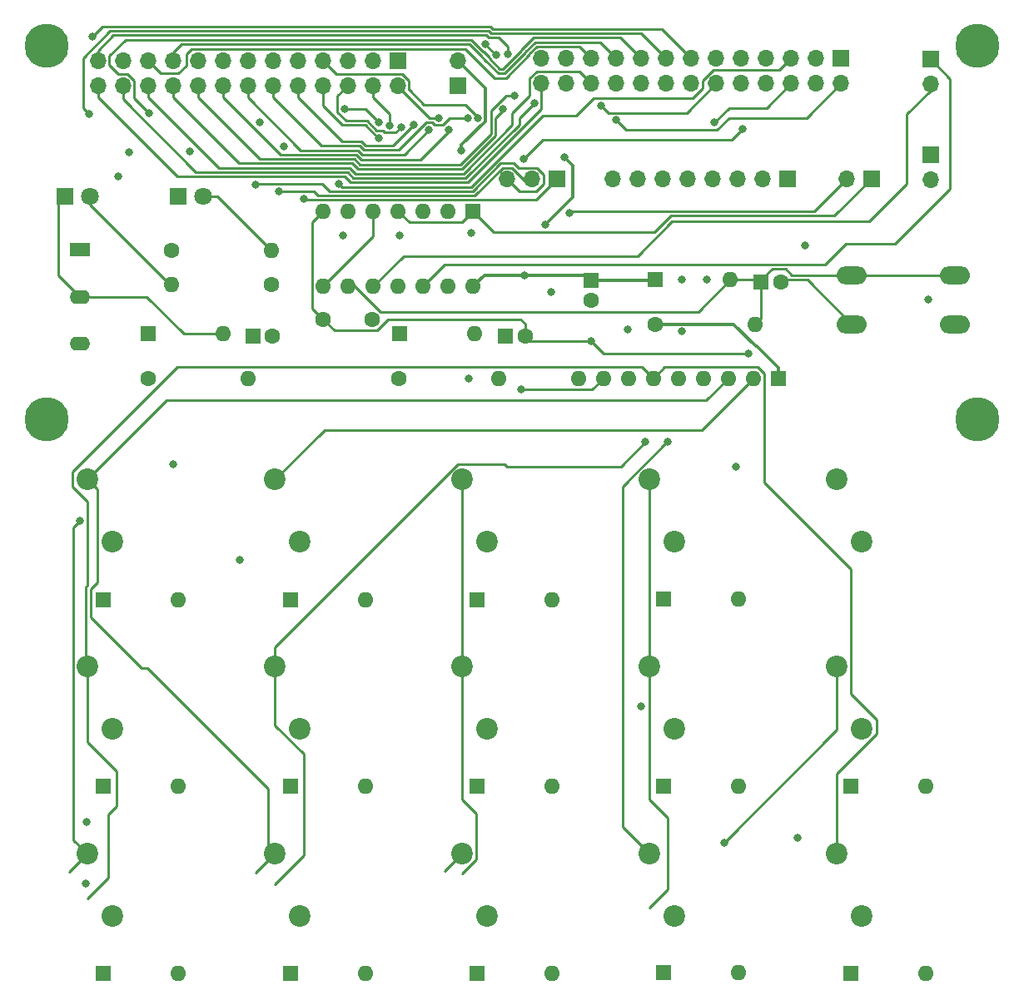
<source format=gbl>
%TF.GenerationSoftware,KiCad,Pcbnew,9.0.2+1*%
%TF.CreationDate,2025-08-16T22:17:17+09:00*%
%TF.ProjectId,kp25tk,6b703235-746b-42e6-9b69-6361645f7063,0.0.8*%
%TF.SameCoordinates,Original*%
%TF.FileFunction,Copper,L2,Bot*%
%TF.FilePolarity,Positive*%
%FSLAX46Y46*%
G04 Gerber Fmt 4.6, Leading zero omitted, Abs format (unit mm)*
G04 Created by KiCad (PCBNEW 9.0.2+1) date 2025-08-16 22:17:17*
%MOMM*%
%LPD*%
G01*
G04 APERTURE LIST*
%TA.AperFunction,ComponentPad*%
%ADD10R,1.600000X1.600000*%
%TD*%
%TA.AperFunction,ComponentPad*%
%ADD11O,1.600000X1.600000*%
%TD*%
%TA.AperFunction,ComponentPad*%
%ADD12C,1.600000*%
%TD*%
%TA.AperFunction,ComponentPad*%
%ADD13C,2.200000*%
%TD*%
%TA.AperFunction,ComponentPad*%
%ADD14C,4.500000*%
%TD*%
%TA.AperFunction,ComponentPad*%
%ADD15R,2.080000X1.408000*%
%TD*%
%TA.AperFunction,ComponentPad*%
%ADD16O,2.080000X1.408000*%
%TD*%
%TA.AperFunction,ComponentPad*%
%ADD17R,1.700000X1.700000*%
%TD*%
%TA.AperFunction,ComponentPad*%
%ADD18O,1.700000X1.700000*%
%TD*%
%TA.AperFunction,ComponentPad*%
%ADD19R,1.800000X1.800000*%
%TD*%
%TA.AperFunction,ComponentPad*%
%ADD20C,1.800000*%
%TD*%
%TA.AperFunction,ComponentPad*%
%ADD21O,3.048000X1.850000*%
%TD*%
%TA.AperFunction,ViaPad*%
%ADD22C,0.800000*%
%TD*%
%TA.AperFunction,Conductor*%
%ADD23C,0.250000*%
%TD*%
%TA.AperFunction,Conductor*%
%ADD24C,0.300000*%
%TD*%
G04 APERTURE END LIST*
D10*
%TO.P,D21,1,K*%
%TO.N,Net-(D16-K)*%
X72165000Y-123500000D03*
D11*
%TO.P,D21,2,A*%
%TO.N,Net-(D21-A)*%
X79785000Y-123500000D03*
%TD*%
D12*
%TO.P,R1,1*%
%TO.N,+5V*%
X83205000Y-82000000D03*
D11*
%TO.P,R1,2*%
%TO.N,Net-(D1-A)*%
X93365000Y-82000000D03*
%TD*%
D13*
%TO.P,SW18,1,1*%
%TO.N,Net-(J5-~{COL2})*%
X127745000Y-111365000D03*
%TO.P,SW18,2,2*%
%TO.N,Net-(D26-A)*%
X130285000Y-117715000D03*
%TD*%
%TO.P,SW22,1,1*%
%TO.N,Net-(J5-~{COL6})*%
X89645000Y-92315000D03*
%TO.P,SW22,2,2*%
%TO.N,Net-(D30-A)*%
X92185000Y-98665000D03*
%TD*%
%TO.P,SW11,1,1*%
%TO.N,Net-(J5-~{COL3})*%
X108695000Y-130415000D03*
%TO.P,SW11,2,2*%
%TO.N,Net-(D19-A)*%
X111235000Y-136765000D03*
%TD*%
D10*
%TO.P,D19,1,K*%
%TO.N,Net-(D16-K)*%
X110165000Y-142500000D03*
D11*
%TO.P,D19,2,A*%
%TO.N,Net-(D19-A)*%
X117785000Y-142500000D03*
%TD*%
D14*
%TO.P,,*%
%TO.N,*%
X47385000Y-86200000D03*
%TD*%
D12*
%TO.P,R5,1*%
%TO.N,+5V*%
X70285000Y-72500000D03*
D11*
%TO.P,R5,2*%
%TO.N,Net-(D5-A)*%
X60125000Y-72500000D03*
%TD*%
D10*
%TO.P,D2,1,K*%
%TO.N,+5V*%
X109285000Y-72000000D03*
D11*
%TO.P,D2,2,A*%
%TO.N,Net-(D2-A)*%
X116905000Y-72000000D03*
%TD*%
D10*
%TO.P,U1,1*%
%TO.N,Net-(J6-NMI)*%
X90785000Y-65000000D03*
D11*
%TO.P,U1,2*%
%TO.N,Net-(J6-~{NMI})*%
X88245000Y-65000000D03*
%TO.P,U1,3*%
%TO.N,Net-(D1-A)*%
X85705000Y-65000000D03*
%TO.P,U1,4*%
%TO.N,Net-(J6-NMI)*%
X83165000Y-65000000D03*
%TO.P,U1,5*%
%TO.N,Net-(J7-RESET)*%
X80625000Y-65000000D03*
%TO.P,U1,6*%
%TO.N,Net-(J7-~{RESET})*%
X78085000Y-65000000D03*
%TO.P,U1,7,GND*%
%TO.N,Earth*%
X75545000Y-65000000D03*
%TO.P,U1,8*%
%TO.N,Net-(J7-RESET)*%
X75545000Y-72620000D03*
%TO.P,U1,9*%
%TO.N,Net-(D2-A)*%
X78085000Y-72620000D03*
%TO.P,U1,10*%
%TO.N,Net-(J8-~{SWITCH})*%
X80625000Y-72620000D03*
%TO.P,U1,11*%
%TO.N,Net-(J8-SWITCH)*%
X83165000Y-72620000D03*
%TO.P,U1,12*%
X85705000Y-72620000D03*
%TO.P,U1,13*%
%TO.N,Net-(D3-A)*%
X88245000Y-72620000D03*
%TO.P,U1,14,VCC*%
%TO.N,+5V*%
X90785000Y-72620000D03*
%TD*%
D13*
%TO.P,SW23,1,1*%
%TO.N,Net-(J5-~{COL7})*%
X108695000Y-92315000D03*
%TO.P,SW23,2,2*%
%TO.N,Net-(D31-A)*%
X111235000Y-98665000D03*
%TD*%
D10*
%TO.P,D20,1,K*%
%TO.N,Net-(D16-K)*%
X53165000Y-123555000D03*
D11*
%TO.P,D20,2,A*%
%TO.N,Net-(D20-A)*%
X60785000Y-123555000D03*
%TD*%
D13*
%TO.P,SW8,1,1*%
%TO.N,Net-(J5-~{COL0})*%
X51545000Y-130415000D03*
%TO.P,SW8,2,2*%
%TO.N,Net-(D16-A)*%
X54085000Y-136765000D03*
%TD*%
D10*
%TO.P,D16,1,K*%
%TO.N,Net-(D16-K)*%
X53165000Y-142555000D03*
D11*
%TO.P,D16,2,A*%
%TO.N,Net-(D16-A)*%
X60785000Y-142555000D03*
%TD*%
D15*
%TO.P,SW27,1,A*%
%TO.N,Earth*%
X50785000Y-68900000D03*
D16*
%TO.P,SW27,2,B*%
%TO.N,Net-(D3-A)*%
X50785000Y-73700000D03*
%TO.P,SW27,3,C*%
%TO.N,unconnected-(SW27-C-Pad3)*%
X50785000Y-78500000D03*
%TD*%
D17*
%TO.P,J3,1,GND_IN*%
%TO.N,Earth*%
X89185000Y-52235000D03*
D18*
%TO.P,J3,2,VCC_IN*%
%TO.N,+5V*%
X89185000Y-49695000D03*
%TD*%
D10*
%TO.P,D3,1,K*%
%TO.N,+5V*%
X57745000Y-77500000D03*
D11*
%TO.P,D3,2,A*%
%TO.N,Net-(D3-A)*%
X65365000Y-77500000D03*
%TD*%
D19*
%TO.P,D5,1,K*%
%TO.N,Net-(D3-A)*%
X49245000Y-63500000D03*
D20*
%TO.P,D5,2,A*%
%TO.N,Net-(D5-A)*%
X51785000Y-63500000D03*
%TD*%
D10*
%TO.P,C1,1*%
%TO.N,Net-(D1-A)*%
X94080000Y-77750000D03*
D12*
%TO.P,C1,2*%
%TO.N,Earth*%
X96080000Y-77750000D03*
%TD*%
D10*
%TO.P,D17,1,K*%
%TO.N,Net-(D16-K)*%
X72165000Y-142555000D03*
D11*
%TO.P,D17,2,A*%
%TO.N,Net-(D17-A)*%
X79785000Y-142555000D03*
%TD*%
D17*
%TO.P,J7,1,RESET*%
%TO.N,Net-(J7-RESET)*%
X137285000Y-59225000D03*
D18*
%TO.P,J7,2,~{RESET}*%
%TO.N,Net-(J7-~{RESET})*%
X137285000Y-61765000D03*
%TD*%
D13*
%TO.P,SW12,1,1*%
%TO.N,Net-(J5-~{COL4})*%
X51545000Y-111365000D03*
%TO.P,SW12,2,2*%
%TO.N,Net-(D20-A)*%
X54085000Y-117715000D03*
%TD*%
D10*
%TO.P,D24,1,K*%
%TO.N,Net-(D24-K)*%
X72165000Y-104555000D03*
D11*
%TO.P,D24,2,A*%
%TO.N,Net-(D24-A)*%
X79785000Y-104555000D03*
%TD*%
D13*
%TO.P,SW24,1,1*%
%TO.N,Net-(D1-A)*%
X127745000Y-92315000D03*
%TO.P,SW24,2,2*%
%TO.N,Earth*%
X130285000Y-98665000D03*
%TD*%
D10*
%TO.P,C3,1*%
%TO.N,Net-(D3-A)*%
X68365000Y-77750000D03*
D12*
%TO.P,C3,2*%
%TO.N,Earth*%
X70365000Y-77750000D03*
%TD*%
D17*
%TO.P,J8,1,SWITCH*%
%TO.N,Net-(J8-SWITCH)*%
X137285000Y-49525000D03*
D18*
%TO.P,J8,2,~{SWITCH}*%
%TO.N,Net-(J8-~{SWITCH})*%
X137285000Y-52065000D03*
%TD*%
D17*
%TO.P,J4,1,~{ROWSEL0}*%
%TO.N,Net-(D10-K)*%
X99325000Y-61755000D03*
D18*
%TO.P,J4,2,~{ROWSEL1}*%
%TO.N,Net-(D16-K)*%
X96785000Y-61755000D03*
%TO.P,J4,3,~{ROWSEL2}*%
%TO.N,Net-(D24-K)*%
X94245000Y-61755000D03*
%TD*%
D10*
%TO.P,C5,1*%
%TO.N,+5V*%
X102785000Y-72044888D03*
D12*
%TO.P,C5,2*%
%TO.N,Earth*%
X102785000Y-74044888D03*
%TD*%
D10*
%TO.P,D26,1,K*%
%TO.N,Net-(D24-K)*%
X129165000Y-123555000D03*
D11*
%TO.P,D26,2,A*%
%TO.N,Net-(D26-A)*%
X136785000Y-123555000D03*
%TD*%
D21*
%TO.P,SW25,1,1*%
%TO.N,Net-(D2-A)*%
X129295000Y-71500000D03*
X139795000Y-71500000D03*
%TO.P,SW25,2,2*%
%TO.N,Earth*%
X129295000Y-76500000D03*
X139795000Y-76500000D03*
%TD*%
D12*
%TO.P,R3,1*%
%TO.N,+5V*%
X57705000Y-82000000D03*
D11*
%TO.P,R3,2*%
%TO.N,Net-(D3-A)*%
X67865000Y-82000000D03*
%TD*%
D13*
%TO.P,SW15,1,1*%
%TO.N,Net-(J5-~{COL7})*%
X108695000Y-111365000D03*
%TO.P,SW15,2,2*%
%TO.N,Net-(D23-A)*%
X111235000Y-117715000D03*
%TD*%
D10*
%TO.P,D30,1,K*%
%TO.N,Net-(D24-K)*%
X91165000Y-104555000D03*
D11*
%TO.P,D30,2,A*%
%TO.N,Net-(D30-A)*%
X98785000Y-104555000D03*
%TD*%
D13*
%TO.P,SW20,1,1*%
%TO.N,Net-(J5-~{COL4})*%
X127745000Y-130415000D03*
%TO.P,SW20,2,2*%
%TO.N,Net-(D28-A)*%
X130285000Y-136765000D03*
%TD*%
D14*
%TO.P,,*%
%TO.N,*%
X47385000Y-48200000D03*
%TD*%
D10*
%TO.P,D22,1,K*%
%TO.N,Net-(D16-K)*%
X91165000Y-123500000D03*
D11*
%TO.P,D22,2,A*%
%TO.N,Net-(D22-A)*%
X98785000Y-123500000D03*
%TD*%
D10*
%TO.P,RN1,1,R1*%
%TO.N,+5V*%
X121785000Y-82000000D03*
D11*
%TO.P,RN1,2,R1.2*%
%TO.N,Net-(J5-~{COL0})*%
X119245000Y-82000000D03*
%TO.P,RN1,3,R2.2*%
%TO.N,Net-(J5-~{COL1})*%
X116705000Y-82000000D03*
%TO.P,RN1,4,R3.2*%
%TO.N,Net-(J5-~{COL2})*%
X114165000Y-82000000D03*
%TO.P,RN1,5,R4.2*%
%TO.N,Net-(J5-~{COL3})*%
X111625000Y-82000000D03*
%TO.P,RN1,6,R5.2*%
%TO.N,Net-(J5-~{COL4})*%
X109085000Y-82000000D03*
%TO.P,RN1,7,R6.2*%
%TO.N,Net-(J5-~{COL5})*%
X106545000Y-82000000D03*
%TO.P,RN1,8,R7.2*%
%TO.N,Net-(J5-~{COL6})*%
X104005000Y-82000000D03*
%TO.P,RN1,9,R8.2*%
%TO.N,Net-(J5-~{COL7})*%
X101465000Y-82000000D03*
%TD*%
D13*
%TO.P,SW14,1,1*%
%TO.N,Net-(J5-~{COL6})*%
X89645000Y-111365000D03*
%TO.P,SW14,2,2*%
%TO.N,Net-(D22-A)*%
X92185000Y-117715000D03*
%TD*%
D17*
%TO.P,J2,1,Pin_1*%
%TO.N,/HOST1*%
X128195000Y-49460000D03*
D18*
%TO.P,J2,2,Pin_2*%
%TO.N,/HOST2*%
X128195000Y-52000000D03*
%TO.P,J2,3,Pin_3*%
%TO.N,/HOST3*%
X125655000Y-49460000D03*
%TO.P,J2,4,Pin_4*%
%TO.N,/HOST4*%
X125655000Y-52000000D03*
%TO.P,J2,5,Pin_5*%
%TO.N,/HOST5*%
X123115000Y-49460000D03*
%TO.P,J2,6,Pin_6*%
%TO.N,/HOST6*%
X123115000Y-52000000D03*
%TO.P,J2,7,Pin_7*%
%TO.N,/HOST7*%
X120575000Y-49460000D03*
%TO.P,J2,8,Pin_8*%
%TO.N,/HOST8*%
X120575000Y-52000000D03*
%TO.P,J2,9,Pin_9*%
%TO.N,/HOST9*%
X118035000Y-49460000D03*
%TO.P,J2,10,Pin_10*%
%TO.N,/HOST10*%
X118035000Y-52000000D03*
%TO.P,J2,11,Pin_11*%
%TO.N,/HOST11*%
X115495000Y-49460000D03*
%TO.P,J2,12,Pin_12*%
%TO.N,/HOST12*%
X115495000Y-52000000D03*
%TO.P,J2,13,Pin_13*%
%TO.N,/HOST13*%
X112955000Y-49460000D03*
%TO.P,J2,14,Pin_14*%
%TO.N,/HOST14*%
X112955000Y-52000000D03*
%TO.P,J2,15,Pin_15*%
%TO.N,/HOST15*%
X110415000Y-49460000D03*
%TO.P,J2,16,Pin_16*%
%TO.N,/HOST16*%
X110415000Y-52000000D03*
%TO.P,J2,17,Pin_17*%
%TO.N,/HOST17*%
X107875000Y-49460000D03*
%TO.P,J2,18,Pin_18*%
%TO.N,/HOST18*%
X107875000Y-52000000D03*
%TO.P,J2,19,Pin_19*%
%TO.N,/HOST19*%
X105335000Y-49460000D03*
%TO.P,J2,20,Pin_20*%
%TO.N,/HOST20*%
X105335000Y-52000000D03*
%TO.P,J2,21,Pin_21*%
%TO.N,/HOST21*%
X102795000Y-49460000D03*
%TO.P,J2,22,Pin_22*%
%TO.N,/HOST22*%
X102795000Y-52000000D03*
%TO.P,J2,23,Pin_23*%
%TO.N,/HOST23*%
X100255000Y-49460000D03*
%TO.P,J2,24,Pin_24*%
%TO.N,/HOST24*%
X100255000Y-52000000D03*
%TO.P,J2,25,Pin_25*%
%TO.N,/HOST25*%
X97715000Y-49460000D03*
%TO.P,J2,26,Pin_26*%
%TO.N,/HOST26*%
X97715000Y-52000000D03*
%TD*%
D10*
%TO.P,D18,1,K*%
%TO.N,Net-(D16-K)*%
X91165000Y-142555000D03*
D11*
%TO.P,D18,2,A*%
%TO.N,Net-(D18-A)*%
X98785000Y-142555000D03*
%TD*%
D13*
%TO.P,SW10,1,1*%
%TO.N,Net-(J5-~{COL2})*%
X89645000Y-130415000D03*
%TO.P,SW10,2,2*%
%TO.N,Net-(D18-A)*%
X92185000Y-136765000D03*
%TD*%
%TO.P,SW13,1,1*%
%TO.N,Net-(J5-~{COL5})*%
X70595000Y-111365000D03*
%TO.P,SW13,2,2*%
%TO.N,Net-(D21-A)*%
X73135000Y-117715000D03*
%TD*%
D10*
%TO.P,D25,1,K*%
%TO.N,Net-(D24-K)*%
X53165000Y-104555000D03*
D11*
%TO.P,D25,2,A*%
%TO.N,Net-(D25-A)*%
X60785000Y-104555000D03*
%TD*%
D17*
%TO.P,J1,1,Pin_1*%
%TO.N,/HOST1*%
X83085000Y-49660000D03*
D18*
%TO.P,J1,2,Pin_2*%
%TO.N,/HOST2*%
X83085000Y-52200000D03*
%TO.P,J1,3,Pin_3*%
%TO.N,/HOST3*%
X80545000Y-49660000D03*
%TO.P,J1,4,Pin_4*%
%TO.N,/HOST4*%
X80545000Y-52200000D03*
%TO.P,J1,5,Pin_5*%
%TO.N,/HOST5*%
X78005000Y-49660000D03*
%TO.P,J1,6,Pin_6*%
%TO.N,/HOST6*%
X78005000Y-52200000D03*
%TO.P,J1,7,Pin_7*%
%TO.N,/HOST7*%
X75465000Y-49660000D03*
%TO.P,J1,8,Pin_8*%
%TO.N,/HOST8*%
X75465000Y-52200000D03*
%TO.P,J1,9,Pin_9*%
%TO.N,/HOST9*%
X72925000Y-49660000D03*
%TO.P,J1,10,Pin_10*%
%TO.N,/HOST10*%
X72925000Y-52200000D03*
%TO.P,J1,11,Pin_11*%
%TO.N,/HOST11*%
X70385000Y-49660000D03*
%TO.P,J1,12,Pin_12*%
%TO.N,/HOST12*%
X70385000Y-52200000D03*
%TO.P,J1,13,Pin_13*%
%TO.N,/HOST13*%
X67845000Y-49660000D03*
%TO.P,J1,14,Pin_14*%
%TO.N,/HOST14*%
X67845000Y-52200000D03*
%TO.P,J1,15,Pin_15*%
%TO.N,/HOST15*%
X65305000Y-49660000D03*
%TO.P,J1,16,Pin_16*%
%TO.N,/HOST16*%
X65305000Y-52200000D03*
%TO.P,J1,17,Pin_17*%
%TO.N,/HOST17*%
X62765000Y-49660000D03*
%TO.P,J1,18,Pin_18*%
%TO.N,/HOST18*%
X62765000Y-52200000D03*
%TO.P,J1,19,Pin_19*%
%TO.N,/HOST19*%
X60225000Y-49660000D03*
%TO.P,J1,20,Pin_20*%
%TO.N,/HOST20*%
X60225000Y-52200000D03*
%TO.P,J1,21,Pin_21*%
%TO.N,/HOST21*%
X57685000Y-49660000D03*
%TO.P,J1,22,Pin_22*%
%TO.N,/HOST22*%
X57685000Y-52200000D03*
%TO.P,J1,23,Pin_23*%
%TO.N,/HOST23*%
X55145000Y-49660000D03*
%TO.P,J1,24,Pin_24*%
%TO.N,/HOST24*%
X55145000Y-52200000D03*
%TO.P,J1,25,Pin_25*%
%TO.N,/HOST25*%
X52605000Y-49660000D03*
%TO.P,J1,26,Pin_26*%
%TO.N,/HOST26*%
X52605000Y-52200000D03*
%TD*%
D13*
%TO.P,SW9,1,1*%
%TO.N,Net-(J5-~{COL1})*%
X70595000Y-130415000D03*
%TO.P,SW9,2,2*%
%TO.N,Net-(D17-A)*%
X73135000Y-136765000D03*
%TD*%
D12*
%TO.P,R2,1*%
%TO.N,+5V*%
X109285000Y-76500000D03*
D11*
%TO.P,R2,2*%
%TO.N,Net-(D2-A)*%
X119445000Y-76500000D03*
%TD*%
D12*
%TO.P,R4,1*%
%TO.N,+5V*%
X60125000Y-69000000D03*
D11*
%TO.P,R4,2*%
%TO.N,Net-(D4-A)*%
X70285000Y-69000000D03*
%TD*%
D10*
%TO.P,D1,1,K*%
%TO.N,+5V*%
X83270000Y-77445000D03*
D11*
%TO.P,D1,2,A*%
%TO.N,Net-(D1-A)*%
X90890000Y-77445000D03*
%TD*%
D17*
%TO.P,J5,1,~{COL0}*%
%TO.N,Net-(J5-~{COL0})*%
X122785000Y-61750000D03*
D18*
%TO.P,J5,2,~{COL1}*%
%TO.N,Net-(J5-~{COL1})*%
X120245000Y-61750000D03*
%TO.P,J5,3,~{COL2}*%
%TO.N,Net-(J5-~{COL2})*%
X117705000Y-61750000D03*
%TO.P,J5,4,~{COL3}*%
%TO.N,Net-(J5-~{COL3})*%
X115165000Y-61750000D03*
%TO.P,J5,5,~{COL4}*%
%TO.N,Net-(J5-~{COL4})*%
X112625000Y-61750000D03*
%TO.P,J5,6,~{COL5}*%
%TO.N,Net-(J5-~{COL5})*%
X110085000Y-61750000D03*
%TO.P,J5,7,~{COL6}*%
%TO.N,Net-(J5-~{COL6})*%
X107545000Y-61750000D03*
%TO.P,J5,8,~{COL7}*%
%TO.N,Net-(J5-~{COL7})*%
X105005000Y-61750000D03*
%TD*%
D10*
%TO.P,C2,1*%
%TO.N,Net-(D2-A)*%
X120079888Y-72250000D03*
D12*
%TO.P,C2,2*%
%TO.N,Earth*%
X122079888Y-72250000D03*
%TD*%
D13*
%TO.P,SW17,1,1*%
%TO.N,Net-(J5-~{COL1})*%
X51545000Y-92315000D03*
%TO.P,SW17,2,2*%
%TO.N,Net-(D25-A)*%
X54085000Y-98665000D03*
%TD*%
D10*
%TO.P,D23,1,K*%
%TO.N,Net-(D16-K)*%
X110165000Y-123555000D03*
D11*
%TO.P,D23,2,A*%
%TO.N,Net-(D23-A)*%
X117785000Y-123555000D03*
%TD*%
D13*
%TO.P,SW16,1,1*%
%TO.N,Net-(J5-~{COL0})*%
X70595000Y-92315000D03*
%TO.P,SW16,2,2*%
%TO.N,Net-(D24-A)*%
X73135000Y-98665000D03*
%TD*%
D19*
%TO.P,D4,1,K*%
%TO.N,Earth*%
X60745000Y-63500000D03*
D20*
%TO.P,D4,2,A*%
%TO.N,Net-(D4-A)*%
X63285000Y-63500000D03*
%TD*%
D10*
%TO.P,D28,1,K*%
%TO.N,Net-(D24-K)*%
X129165000Y-142555000D03*
D11*
%TO.P,D28,2,A*%
%TO.N,Net-(D28-A)*%
X136785000Y-142555000D03*
%TD*%
D12*
%TO.P,C4,1*%
%TO.N,Earth*%
X75535000Y-76000000D03*
%TO.P,C4,2*%
%TO.N,+5V*%
X80535000Y-76000000D03*
%TD*%
D14*
%TO.P,,*%
%TO.N,*%
X142085000Y-48200000D03*
%TD*%
%TO.P,,*%
%TO.N,*%
X142085000Y-86200000D03*
%TD*%
D10*
%TO.P,D31,1,K*%
%TO.N,Net-(D24-K)*%
X110165000Y-104500000D03*
D11*
%TO.P,D31,2,A*%
%TO.N,Net-(D31-A)*%
X117785000Y-104500000D03*
%TD*%
D17*
%TO.P,J6,1,NMI*%
%TO.N,Net-(J6-NMI)*%
X131260000Y-61750000D03*
D18*
%TO.P,J6,2,~{NMI}*%
%TO.N,Net-(J6-~{NMI})*%
X128720000Y-61750000D03*
%TD*%
D22*
%TO.N,Earth*%
X69085000Y-55950000D03*
X117535000Y-91000000D03*
X51335000Y-133450000D03*
X112035000Y-77250000D03*
X83285000Y-67500000D03*
X123785000Y-128750000D03*
X114535000Y-72000000D03*
X90285000Y-82000000D03*
X54635000Y-61500000D03*
X77535000Y-67500000D03*
X61935000Y-58900000D03*
X107835000Y-115400000D03*
X102785000Y-78250000D03*
X67035000Y-100500000D03*
X112035000Y-72000000D03*
X60285000Y-90750000D03*
X106535000Y-77000000D03*
X71535000Y-58450000D03*
X137035000Y-74000000D03*
X51485000Y-127200000D03*
X90535000Y-67250000D03*
X118785000Y-79500000D03*
X124535000Y-68500000D03*
X98685000Y-73200000D03*
X55785000Y-59000000D03*
%TO.N,+5V*%
X98125000Y-66390000D03*
X100035000Y-59500000D03*
X89599555Y-58875000D03*
X96035000Y-71500000D03*
%TO.N,Net-(D10-K)*%
X73535000Y-63750000D03*
%TO.N,Net-(D16-K)*%
X71035000Y-62975000D03*
%TO.N,Net-(D24-K)*%
X68635000Y-62275000D03*
%TO.N,/HOST2*%
X87285000Y-55525000D03*
X105285000Y-55725000D03*
%TO.N,/HOST4*%
X118160000Y-56625000D03*
X82276268Y-56275000D03*
X95943430Y-59675000D03*
%TO.N,/HOST5*%
X77123130Y-62225000D03*
%TO.N,/HOST6*%
X115285000Y-56000000D03*
X83455769Y-56428924D03*
%TO.N,/HOST7*%
X91235000Y-55525000D03*
%TO.N,/HOST8*%
X81160000Y-57575000D03*
%TO.N,/HOST9*%
X92053489Y-48025000D03*
X93141141Y-49131447D03*
%TO.N,/HOST10*%
X84738248Y-56203248D03*
%TO.N,/HOST12*%
X103785000Y-54250000D03*
X90234997Y-55525000D03*
%TO.N,/HOST13*%
X52085000Y-47200000D03*
%TO.N,/HOST14*%
X86296119Y-56725000D03*
%TO.N,/HOST15*%
X51685000Y-55100000D03*
%TO.N,/HOST16*%
X88264162Y-56697436D03*
%TO.N,/HOST17*%
X57785000Y-55000000D03*
%TO.N,/HOST18*%
X94985000Y-53250000D03*
%TO.N,/HOST20*%
X93785000Y-54625000D03*
%TO.N,Net-(J6-~{NMI})*%
X100535000Y-65200000D03*
%TO.N,/HOST23*%
X81191501Y-55994800D03*
X77672653Y-54612347D03*
%TO.N,/HOST24*%
X96990000Y-53975000D03*
%TO.N,/HOST25*%
X94272347Y-48987347D03*
%TO.N,Net-(J5-~{COL0})*%
X50785000Y-96500000D03*
%TO.N,Net-(J5-~{COL2})*%
X116285000Y-129250000D03*
%TO.N,Net-(J5-~{COL3})*%
X110535000Y-88500000D03*
%TO.N,Net-(J5-~{COL5})*%
X108285000Y-88500000D03*
%TO.N,Net-(J5-~{COL6})*%
X95660000Y-83125000D03*
%TD*%
D23*
%TO.N,Earth*%
X118785000Y-79500000D02*
X104035000Y-79500000D01*
X81000991Y-77125000D02*
X82125991Y-76000000D01*
X82125991Y-76000000D02*
X95590000Y-76000000D01*
X74420000Y-66125000D02*
X74420000Y-74885000D01*
X96080000Y-78250000D02*
X102785000Y-78250000D01*
X122079888Y-72000000D02*
X124795000Y-72000000D01*
X96080000Y-76490000D02*
X96080000Y-78250000D01*
X75535000Y-76000000D02*
X76660000Y-77125000D01*
X76660000Y-77125000D02*
X81000991Y-77125000D01*
X95590000Y-76000000D02*
X96080000Y-76490000D01*
X104035000Y-79500000D02*
X102785000Y-78250000D01*
X75545000Y-65000000D02*
X74420000Y-66125000D01*
X74420000Y-74885000D02*
X75535000Y-76000000D01*
X60745000Y-63500000D02*
X60435000Y-63500000D01*
X124795000Y-72000000D02*
X129295000Y-76500000D01*
%TO.N,Net-(D2-A)*%
X120079888Y-72000000D02*
X121204888Y-70875000D01*
X122545879Y-70875000D02*
X123170879Y-71500000D01*
X78085000Y-72620000D02*
X78745991Y-72620000D01*
X120079888Y-75865112D02*
X119445000Y-76500000D01*
X139795000Y-71500000D02*
X129295000Y-71500000D01*
X123170879Y-71500000D02*
X129295000Y-71500000D01*
X113655000Y-75250000D02*
X116905000Y-72000000D01*
X120079888Y-72000000D02*
X120079888Y-75865112D01*
X121204888Y-70875000D02*
X122545879Y-70875000D01*
X116905000Y-72000000D02*
X120079888Y-72000000D01*
X81375991Y-75250000D02*
X113655000Y-75250000D01*
X78745991Y-72620000D02*
X81375991Y-75250000D01*
%TO.N,Net-(D3-A)*%
X48585000Y-71500000D02*
X48585000Y-64160000D01*
X50785000Y-73700000D02*
X57535000Y-73700000D01*
X50785000Y-73700000D02*
X48585000Y-71500000D01*
X48585000Y-64160000D02*
X49245000Y-63500000D01*
X61335000Y-77500000D02*
X65365000Y-77500000D01*
X57535000Y-73700000D02*
X61335000Y-77500000D01*
D24*
%TO.N,+5V*%
X91985000Y-52495000D02*
X89185000Y-49695000D01*
D23*
X109240112Y-72044888D02*
X109285000Y-72000000D01*
D24*
X98125000Y-66390000D02*
X98125000Y-66360000D01*
X100885000Y-60350000D02*
X100035000Y-59500000D01*
X121785000Y-80974695D02*
X121785000Y-82000000D01*
X109285000Y-76500000D02*
X117285000Y-76500000D01*
X89599555Y-58875000D02*
X89599555Y-58225445D01*
D23*
X102240112Y-71500000D02*
X102785000Y-72044888D01*
D24*
X89599555Y-58225445D02*
X91985000Y-55840000D01*
X98125000Y-66360000D02*
X100885000Y-63600000D01*
D23*
X96035000Y-71500000D02*
X96035000Y-71560000D01*
D24*
X117285000Y-76500000D02*
X119560000Y-78775000D01*
X102785000Y-72044888D02*
X109240112Y-72044888D01*
D23*
X119560000Y-78775000D02*
X119585305Y-78775000D01*
D24*
X100885000Y-63600000D02*
X100885000Y-60350000D01*
X90785000Y-72620000D02*
X91905000Y-71500000D01*
X91905000Y-71500000D02*
X102240112Y-71500000D01*
X119585305Y-78775000D02*
X121785000Y-80974695D01*
X91985000Y-55840000D02*
X91985000Y-52495000D01*
D23*
%TO.N,Net-(D4-A)*%
X63285000Y-63500000D02*
X64785000Y-63500000D01*
X64785000Y-63500000D02*
X70285000Y-69000000D01*
%TO.N,Net-(D10-K)*%
X73660000Y-63875000D02*
X97205000Y-63875000D01*
X73535000Y-63750000D02*
X73660000Y-63875000D01*
X97205000Y-63875000D02*
X99325000Y-61755000D01*
%TO.N,Net-(D16-K)*%
X96401701Y-62138299D02*
X96785000Y-61755000D01*
X96290000Y-62138299D02*
X96401701Y-62138299D01*
X71060305Y-62949695D02*
X74534695Y-62949695D01*
X71035000Y-62975000D02*
X71060305Y-62949695D01*
X94731701Y-60580000D02*
X96290000Y-62138299D01*
X74534695Y-62949695D02*
X75010000Y-63425000D01*
X75010000Y-63425000D02*
X90913299Y-63425000D01*
X93758299Y-60580000D02*
X94731701Y-60580000D01*
X90913299Y-63425000D02*
X93758299Y-60580000D01*
%TO.N,Net-(D24-K)*%
X97960000Y-62241701D02*
X97201701Y-63000000D01*
X94918097Y-60130000D02*
X95388097Y-60600000D01*
X76160000Y-62975000D02*
X90726903Y-62975000D01*
X68635000Y-62275000D02*
X68660000Y-62250000D01*
X96278299Y-60600000D02*
X96298299Y-60580000D01*
X97960000Y-61268299D02*
X97960000Y-62241701D01*
X95388097Y-60600000D02*
X96278299Y-60600000D01*
X68660000Y-62250000D02*
X75435000Y-62250000D01*
X97271701Y-60580000D02*
X97960000Y-61268299D01*
X95490000Y-63000000D02*
X94245000Y-61755000D01*
X90726903Y-62975000D02*
X93571903Y-60130000D01*
X75435000Y-62250000D02*
X76160000Y-62975000D01*
X96298299Y-60580000D02*
X97271701Y-60580000D01*
X93571903Y-60130000D02*
X94918097Y-60130000D01*
X97201701Y-63000000D02*
X95490000Y-63000000D01*
%TO.N,/HOST2*%
X116810305Y-55500000D02*
X124695000Y-55500000D01*
X124695000Y-55500000D02*
X128195000Y-52000000D01*
X87285000Y-55525000D02*
X86310000Y-55525000D01*
X115585305Y-56725000D02*
X116810305Y-55500000D01*
X86310000Y-55525000D02*
X83085000Y-52300000D01*
X83085000Y-52300000D02*
X83085000Y-52200000D01*
X106285000Y-56725000D02*
X115585305Y-56725000D01*
X105285000Y-55725000D02*
X106285000Y-56725000D01*
%TO.N,/HOST4*%
X80545000Y-53390000D02*
X80545000Y-52200000D01*
X97868430Y-57750000D02*
X117035000Y-57750000D01*
X117035000Y-57750000D02*
X118160000Y-56625000D01*
X82276268Y-55121268D02*
X80545000Y-53390000D01*
X82276268Y-56275000D02*
X82276268Y-55121268D01*
X95943430Y-59675000D02*
X97868430Y-57750000D01*
%TO.N,/HOST5*%
X77123130Y-62225000D02*
X77423130Y-62525000D01*
X103010000Y-53525000D02*
X113091701Y-53525000D01*
X97815507Y-55250000D02*
X101285000Y-55250000D01*
X90540507Y-62525000D02*
X97815507Y-55250000D01*
X121940000Y-50635000D02*
X123115000Y-49460000D01*
X77423130Y-62525000D02*
X90540507Y-62525000D01*
X114130000Y-52486701D02*
X114130000Y-51703299D01*
X113091701Y-53525000D02*
X114130000Y-52486701D01*
X101285000Y-55250000D02*
X103010000Y-53525000D01*
X115198299Y-50635000D02*
X121940000Y-50635000D01*
X114130000Y-51703299D02*
X115198299Y-50635000D01*
%TO.N,/HOST6*%
X79971396Y-55800000D02*
X77835001Y-55800000D01*
X76947653Y-53257347D02*
X78005000Y-52200000D01*
X80946396Y-56775000D02*
X79971396Y-55800000D01*
X116785000Y-54500000D02*
X120615000Y-54500000D01*
X83455769Y-56428924D02*
X82884693Y-57000000D01*
X82884693Y-57000000D02*
X81785000Y-57000000D01*
X81785000Y-57000000D02*
X81560000Y-56775000D01*
X76947653Y-54912652D02*
X76947653Y-53257347D01*
X120615000Y-54500000D02*
X123115000Y-52000000D01*
X115285000Y-56000000D02*
X116785000Y-54500000D01*
X81560000Y-56775000D02*
X80946396Y-56775000D01*
X77835001Y-55800000D02*
X76947653Y-54912652D01*
%TO.N,/HOST7*%
X76830000Y-51025000D02*
X75465000Y-49660000D01*
X83571701Y-51025000D02*
X76830000Y-51025000D01*
X84260000Y-51713299D02*
X83571701Y-51025000D01*
X84271701Y-52686701D02*
X84260000Y-52686701D01*
X91235000Y-55525000D02*
X91235000Y-55450000D01*
X89985000Y-54200000D02*
X85785000Y-54200000D01*
X91235000Y-55450000D02*
X89985000Y-54200000D01*
X84260000Y-52686701D02*
X84260000Y-51713299D01*
X85785000Y-54200000D02*
X84271701Y-52686701D01*
%TO.N,/HOST8*%
X75465000Y-54285000D02*
X75465000Y-52200000D01*
X79785000Y-56250000D02*
X77430000Y-56250000D01*
X81110000Y-57575000D02*
X79785000Y-56250000D01*
X81160000Y-57575000D02*
X81110000Y-57575000D01*
X77430000Y-56250000D02*
X75465000Y-54285000D01*
%TO.N,/HOST9*%
X92053489Y-48025000D02*
X92053489Y-48043795D01*
X92053489Y-48043795D02*
X93141141Y-49131447D01*
%TO.N,/HOST10*%
X84403844Y-56537652D02*
X84372347Y-56537652D01*
X79433809Y-57900000D02*
X77435000Y-57900000D01*
X84738248Y-56203248D02*
X84403844Y-56537652D01*
X72925000Y-53390000D02*
X72925000Y-52200000D01*
X82609999Y-58300000D02*
X79833809Y-58300000D01*
X77435000Y-57900000D02*
X72925000Y-53390000D01*
X79833809Y-58300000D02*
X79433809Y-57900000D01*
X84372347Y-56537652D02*
X82609999Y-58300000D01*
%TO.N,/HOST12*%
X104535000Y-55000000D02*
X112495000Y-55000000D01*
X87686293Y-56250000D02*
X86846424Y-56250000D01*
X79247413Y-58350000D02*
X75345000Y-58350000D01*
X86846424Y-56250000D02*
X86596424Y-56000000D01*
X90234997Y-55525000D02*
X88411293Y-55525000D01*
X79647413Y-58750000D02*
X79247413Y-58350000D01*
X86596424Y-56000000D02*
X85966802Y-56000000D01*
X103785000Y-54250000D02*
X104535000Y-55000000D01*
X85966802Y-56000000D02*
X83216802Y-58750000D01*
X83216802Y-58750000D02*
X79647413Y-58750000D01*
X70385000Y-53390000D02*
X70385000Y-52200000D01*
X112495000Y-55000000D02*
X115495000Y-52000000D01*
X75345000Y-58350000D02*
X70385000Y-53390000D01*
X88411293Y-55525000D02*
X87686293Y-56250000D01*
%TO.N,/HOST13*%
X92507792Y-46200000D02*
X92757792Y-46450000D01*
X52085000Y-47200000D02*
X53085000Y-46200000D01*
X53085000Y-46200000D02*
X92507792Y-46200000D01*
X92757792Y-46450000D02*
X109945000Y-46450000D01*
X109945000Y-46450000D02*
X112955000Y-49460000D01*
%TO.N,/HOST14*%
X86296119Y-56738881D02*
X83785000Y-59250000D01*
X83785000Y-59250000D02*
X79511017Y-59250000D01*
X79511017Y-59250000D02*
X79061017Y-58800000D01*
X73255000Y-58800000D02*
X67845000Y-53390000D01*
X86296119Y-56725000D02*
X86296119Y-56738881D01*
X79061017Y-58800000D02*
X73255000Y-58800000D01*
X67845000Y-53390000D02*
X67845000Y-52200000D01*
%TO.N,/HOST15*%
X107855000Y-46900000D02*
X110415000Y-49460000D01*
X92571396Y-46900000D02*
X107855000Y-46900000D01*
X51085000Y-49400000D02*
X53835000Y-46650000D01*
X51085000Y-54500000D02*
X51085000Y-49400000D01*
X92321396Y-46650000D02*
X92571396Y-46900000D01*
X53835000Y-46650000D02*
X92321396Y-46650000D01*
X51685000Y-55100000D02*
X51085000Y-54500000D01*
%TO.N,/HOST16*%
X88264162Y-56697436D02*
X88264162Y-56858984D01*
X71165000Y-59250000D02*
X65305000Y-53390000D01*
X85373146Y-59750000D02*
X79374621Y-59750000D01*
X88264162Y-56858984D02*
X85373146Y-59750000D01*
X65305000Y-53390000D02*
X65305000Y-52200000D01*
X79374621Y-59750000D02*
X78874621Y-59250000D01*
X78874621Y-59250000D02*
X71165000Y-59250000D01*
%TO.N,/HOST17*%
X54658299Y-51025000D02*
X55631701Y-51025000D01*
X95640000Y-48600507D02*
X95640000Y-48645000D01*
X55403299Y-47550000D02*
X53780000Y-49173299D01*
X91753184Y-48750000D02*
X90553184Y-47550000D01*
X56320000Y-51713299D02*
X56320000Y-53535000D01*
X92416141Y-49331141D02*
X91835000Y-48750000D01*
X93785000Y-50500000D02*
X93484389Y-50500000D01*
X105765000Y-47350000D02*
X96890507Y-47350000D01*
X56320000Y-53535000D02*
X57785000Y-55000000D01*
X92416141Y-49431752D02*
X92416141Y-49331141D01*
X96890507Y-47350000D02*
X95640000Y-48600507D01*
X90553184Y-47550000D02*
X55403299Y-47550000D01*
X107875000Y-49460000D02*
X105765000Y-47350000D01*
X91835000Y-48750000D02*
X91753184Y-48750000D01*
X55631701Y-51025000D02*
X56320000Y-51713299D01*
X53780000Y-49173299D02*
X53780000Y-50146701D01*
X95640000Y-48645000D02*
X93785000Y-50500000D01*
X53780000Y-50146701D02*
X54658299Y-51025000D01*
X93484389Y-50500000D02*
X92416141Y-49431752D01*
%TO.N,/HOST18*%
X92585000Y-54799695D02*
X92585000Y-57154416D01*
X69075000Y-59700000D02*
X62765000Y-53390000D01*
X92585000Y-57154416D02*
X89464416Y-60275000D01*
X94134695Y-53250000D02*
X92585000Y-54799695D01*
X89464416Y-60275000D02*
X79263225Y-60275000D01*
X62765000Y-53390000D02*
X62765000Y-52200000D01*
X78688225Y-59700000D02*
X69075000Y-59700000D01*
X94985000Y-53250000D02*
X94134695Y-53250000D01*
X79263225Y-60275000D02*
X78688225Y-59700000D01*
%TO.N,/HOST19*%
X96090000Y-48858604D02*
X93948604Y-51000000D01*
X93948604Y-51000000D02*
X93347993Y-51000000D01*
X91966141Y-49618148D02*
X91966141Y-49581141D01*
X90366788Y-48000000D02*
X61085000Y-48000000D01*
X105335000Y-49460000D02*
X103675000Y-47800000D01*
X96090000Y-48786903D02*
X96090000Y-48858604D01*
X103675000Y-47800000D02*
X97076903Y-47800000D01*
X93347993Y-51000000D02*
X91966141Y-49618148D01*
X91566788Y-49200000D02*
X90366788Y-48000000D01*
X97076903Y-47800000D02*
X96090000Y-48786903D01*
X60225000Y-48860000D02*
X60225000Y-49660000D01*
X61085000Y-48000000D02*
X60225000Y-48860000D01*
X91585000Y-49200000D02*
X91566788Y-49200000D01*
X91966141Y-49581141D02*
X91585000Y-49200000D01*
%TO.N,/HOST20*%
X93785000Y-54750000D02*
X93035000Y-55500000D01*
X89650812Y-60725000D02*
X79076829Y-60725000D01*
X79076829Y-60725000D02*
X78501829Y-60150000D01*
X93785000Y-54625000D02*
X93785000Y-54750000D01*
X60225000Y-53390000D02*
X60225000Y-52200000D01*
X93035000Y-57340812D02*
X89650812Y-60725000D01*
X78501829Y-60150000D02*
X66985000Y-60150000D01*
X93035000Y-55500000D02*
X93035000Y-57340812D01*
X66985000Y-60150000D02*
X60225000Y-53390000D01*
%TO.N,Net-(J6-NMI)*%
X84290000Y-66125000D02*
X89660000Y-66125000D01*
X83165000Y-65000000D02*
X84290000Y-66125000D01*
X90785000Y-65000000D02*
X92900000Y-67115000D01*
X92900000Y-67115000D02*
X109220000Y-67115000D01*
X110855000Y-65480000D02*
X127530000Y-65480000D01*
X109220000Y-67115000D02*
X110855000Y-65480000D01*
X89660000Y-66125000D02*
X90785000Y-65000000D01*
X127530000Y-65480000D02*
X131260000Y-61750000D01*
%TO.N,Net-(J6-~{NMI})*%
X125490000Y-64980000D02*
X128720000Y-61750000D01*
X100535000Y-65200000D02*
X100755000Y-64980000D01*
X100755000Y-64980000D02*
X125490000Y-64980000D01*
%TO.N,Net-(J7-RESET)*%
X80625000Y-65000000D02*
X80625000Y-67540000D01*
X80625000Y-67540000D02*
X75545000Y-72620000D01*
%TO.N,Net-(J8-SWITCH)*%
X133685000Y-68300000D02*
X139285000Y-62700000D01*
X139285000Y-51525000D02*
X137285000Y-49525000D01*
X139285000Y-62700000D02*
X139285000Y-51525000D01*
X128685000Y-68300000D02*
X133685000Y-68300000D01*
X87900000Y-70425000D02*
X126560000Y-70425000D01*
X126560000Y-70425000D02*
X128685000Y-68300000D01*
X85705000Y-72620000D02*
X87900000Y-70425000D01*
%TO.N,/HOST21*%
X101585000Y-48250000D02*
X97263299Y-48250000D01*
X97263299Y-48250000D02*
X96540000Y-48973299D01*
X62089150Y-48485000D02*
X61590000Y-48984150D01*
X61590000Y-48984150D02*
X61590000Y-50195000D01*
X59025000Y-51000000D02*
X57685000Y-49660000D01*
X102795000Y-49460000D02*
X101585000Y-48250000D01*
X84245000Y-48485000D02*
X62089150Y-48485000D01*
X92935000Y-51450000D02*
X89985000Y-48500000D01*
X60785000Y-51000000D02*
X59025000Y-51000000D01*
X96540000Y-48973299D02*
X96540000Y-49045000D01*
X89985000Y-48500000D02*
X84260000Y-48500000D01*
X96540000Y-49045000D02*
X94135000Y-51450000D01*
X84260000Y-48500000D02*
X84245000Y-48485000D01*
X61590000Y-50195000D02*
X60785000Y-51000000D01*
X94135000Y-51450000D02*
X92935000Y-51450000D01*
%TO.N,/HOST22*%
X64895000Y-60600000D02*
X78235000Y-60600000D01*
X78235000Y-60600000D02*
X78810000Y-61175000D01*
X57685000Y-53390000D02*
X64895000Y-60600000D01*
X57685000Y-52200000D02*
X57685000Y-53390000D01*
X89837208Y-61175000D02*
X94760000Y-56252208D01*
X101620000Y-50825000D02*
X102795000Y-52000000D01*
X94760000Y-55025000D02*
X96540000Y-53245000D01*
X78810000Y-61175000D02*
X89837208Y-61175000D01*
X94760000Y-56252208D02*
X94760000Y-55025000D01*
X97228299Y-50825000D02*
X101620000Y-50825000D01*
X96540000Y-53245000D02*
X96540000Y-51513299D01*
X96540000Y-51513299D02*
X97228299Y-50825000D01*
%TO.N,/HOST23*%
X77672653Y-54612347D02*
X79809048Y-54612347D01*
X55410000Y-49263299D02*
X55410000Y-50236701D01*
X79809048Y-54612347D02*
X81191501Y-55994800D01*
%TO.N,/HOST24*%
X55145000Y-53610000D02*
X55145000Y-52200000D01*
X78007019Y-61050000D02*
X62585000Y-61050000D01*
X95453980Y-56194624D02*
X90023604Y-61625000D01*
X78582019Y-61625000D02*
X78007019Y-61050000D01*
X95453980Y-55511020D02*
X95453980Y-56194624D01*
X96990000Y-53975000D02*
X95453980Y-55511020D01*
X90023604Y-61625000D02*
X78582019Y-61625000D01*
X62585000Y-61050000D02*
X55145000Y-53610000D01*
%TO.N,/HOST25*%
X54155000Y-47100000D02*
X52605000Y-48650000D01*
X92135000Y-47100000D02*
X54155000Y-47100000D01*
X94272347Y-48987347D02*
X94272347Y-48287347D01*
X93335000Y-47350000D02*
X92385000Y-47350000D01*
X92385000Y-47350000D02*
X92135000Y-47100000D01*
X52605000Y-48650000D02*
X52605000Y-49660000D01*
X94272347Y-48287347D02*
X93335000Y-47350000D01*
%TO.N,/HOST26*%
X60715000Y-61500000D02*
X77735000Y-61500000D01*
X52605000Y-52200000D02*
X52605000Y-53390000D01*
X90210000Y-62075000D02*
X97715000Y-54570000D01*
X52605000Y-53390000D02*
X60715000Y-61500000D01*
X97715000Y-54570000D02*
X97715000Y-52000000D01*
X78310000Y-62075000D02*
X90210000Y-62075000D01*
X77735000Y-61500000D02*
X78310000Y-62075000D01*
%TO.N,Net-(J5-~{COL0})*%
X51545000Y-130415000D02*
X50120000Y-128990000D01*
X49685000Y-132275000D02*
X51545000Y-130415000D01*
X50120000Y-97165000D02*
X50785000Y-96500000D01*
X113995000Y-87250000D02*
X119245000Y-82000000D01*
X70595000Y-92315000D02*
X75660000Y-87250000D01*
X50120000Y-128990000D02*
X50120000Y-97165000D01*
X75660000Y-87250000D02*
X113995000Y-87250000D01*
%TO.N,Net-(J5-~{COL1})*%
X69885000Y-129705000D02*
X70595000Y-130415000D01*
X114455000Y-84250000D02*
X116705000Y-82000000D01*
X57065000Y-111530000D02*
X57608757Y-111530000D01*
X51545000Y-92315000D02*
X59610000Y-84250000D01*
X52535000Y-93305000D02*
X52535000Y-102745000D01*
X51850000Y-106315000D02*
X57065000Y-111530000D01*
X51545000Y-92315000D02*
X52535000Y-93305000D01*
X69885000Y-123806243D02*
X69885000Y-129705000D01*
X57608757Y-111530000D02*
X69885000Y-123806243D01*
X59610000Y-84250000D02*
X114455000Y-84250000D01*
X51850000Y-103430000D02*
X51850000Y-106315000D01*
X70595000Y-130415000D02*
X68685000Y-132325000D01*
X52535000Y-102745000D02*
X51850000Y-103430000D01*
%TO.N,Net-(J5-~{COL2})*%
X127745000Y-111365000D02*
X127745000Y-117790000D01*
X89645000Y-130415000D02*
X87885000Y-132175000D01*
X127745000Y-117790000D02*
X116285000Y-129250000D01*
%TO.N,Net-(J5-~{COL3})*%
X108695000Y-130415000D02*
X105971396Y-127691396D01*
X110494745Y-88500000D02*
X110535000Y-88500000D01*
X105971396Y-93023349D02*
X110494745Y-88500000D01*
X105971396Y-127691396D02*
X105971396Y-93023349D01*
%TO.N,Net-(J5-~{COL4})*%
X109085000Y-82000000D02*
X107960000Y-80875000D01*
X60660000Y-80875000D02*
X50035000Y-91500000D01*
X51545000Y-103098604D02*
X51400000Y-103243604D01*
X129194872Y-101409872D02*
X120370000Y-92585000D01*
X127745000Y-130415000D02*
X127745000Y-122270255D01*
X51400000Y-103243604D02*
X51400000Y-111220000D01*
X51400000Y-111220000D02*
X51545000Y-111365000D01*
X54535000Y-122000000D02*
X54535000Y-125592500D01*
X119710991Y-80875000D02*
X110210000Y-80875000D01*
X51545000Y-119010000D02*
X54535000Y-122000000D01*
X50035000Y-93035128D02*
X51545000Y-94545128D01*
X120370000Y-92585000D02*
X120370000Y-81534009D01*
X53685000Y-132800000D02*
X51545000Y-134940000D01*
X51545000Y-111365000D02*
X51545000Y-119010000D01*
X51545000Y-94545128D02*
X51545000Y-103098604D01*
X131785000Y-118230255D02*
X131785000Y-116710000D01*
X127745000Y-122270255D02*
X131785000Y-118230255D01*
X107960000Y-80875000D02*
X60660000Y-80875000D01*
X120370000Y-81534009D02*
X119710991Y-80875000D01*
X129194872Y-114119872D02*
X129194872Y-101409872D01*
X53685000Y-126442500D02*
X53685000Y-132800000D01*
X131785000Y-116710000D02*
X129194872Y-114119872D01*
X110210000Y-80875000D02*
X109085000Y-82000000D01*
X54535000Y-125592500D02*
X53685000Y-126442500D01*
X50035000Y-91500000D02*
X50035000Y-93035128D01*
%TO.N,Net-(J5-~{COL5})*%
X108285000Y-88500000D02*
X105785000Y-91000000D01*
X94217588Y-91000000D02*
X93967588Y-90750000D01*
X70595000Y-109349745D02*
X70595000Y-111365000D01*
X70595000Y-133490000D02*
X73535000Y-130550000D01*
X89194745Y-90750000D02*
X70595000Y-109349745D01*
X73535000Y-120250000D02*
X70595000Y-117310000D01*
X105785000Y-91000000D02*
X94217588Y-91000000D01*
X93967588Y-90750000D02*
X89194745Y-90750000D01*
X73535000Y-130550000D02*
X73535000Y-120250000D01*
X70595000Y-117310000D02*
X70595000Y-111365000D01*
%TO.N,Net-(J5-~{COL6})*%
X95660000Y-83125000D02*
X102880000Y-83125000D01*
X102880000Y-83125000D02*
X104005000Y-82000000D01*
X91070000Y-131005255D02*
X91070000Y-126285000D01*
X89645000Y-124860000D02*
X89645000Y-111365000D01*
X89645000Y-111365000D02*
X89645000Y-92315000D01*
X89645000Y-132430255D02*
X91070000Y-131005255D01*
X91070000Y-126285000D02*
X89645000Y-124860000D01*
%TO.N,Net-(J5-~{COL7})*%
X110535000Y-126750000D02*
X110535000Y-134049745D01*
X108695000Y-92315000D02*
X108695000Y-111365000D01*
X110535000Y-134049745D02*
X108695000Y-135889745D01*
X108695000Y-124910000D02*
X110535000Y-126750000D01*
X108695000Y-111365000D02*
X108695000Y-124910000D01*
%TO.N,Net-(D5-A)*%
X51785000Y-63500000D02*
X51785000Y-64350000D01*
X59935000Y-72500000D02*
X60125000Y-72500000D01*
X51785000Y-64350000D02*
X59935000Y-72500000D01*
%TO.N,Net-(J8-~{SWITCH})*%
X137285000Y-52750000D02*
X137285000Y-52065000D01*
X110975000Y-66060000D02*
X131025000Y-66060000D01*
X131025000Y-66060000D02*
X134885000Y-62200000D01*
X134885000Y-55150000D02*
X137285000Y-52750000D01*
X80625000Y-72620000D02*
X83695000Y-69550000D01*
X134885000Y-62200000D02*
X134885000Y-55150000D01*
X107485000Y-69550000D02*
X110975000Y-66060000D01*
X83695000Y-69550000D02*
X107485000Y-69550000D01*
%TD*%
M02*

</source>
